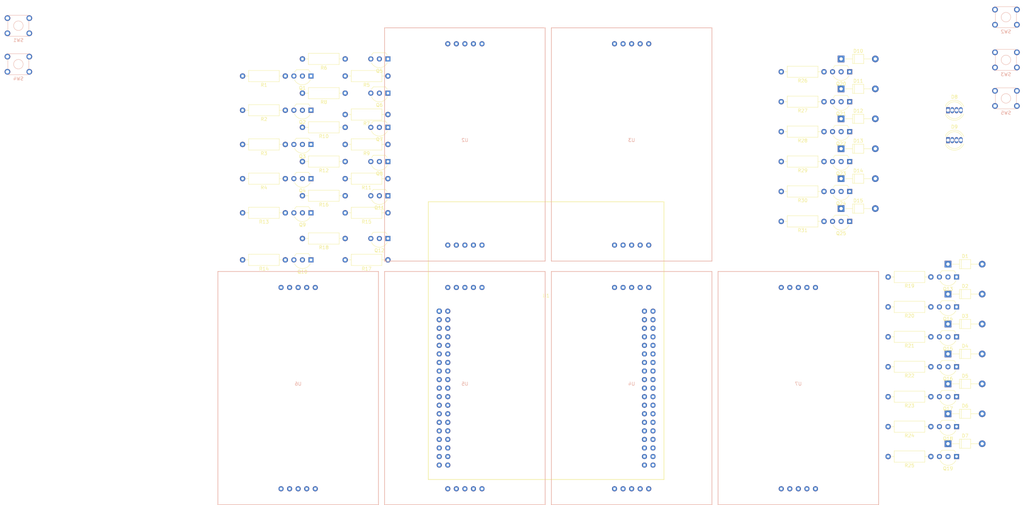
<source format=kicad_pcb>
(kicad_pcb (version 4) (host pcbnew 4.0.7)
  (layers (0 F.Cu signal) (31 B.Cu signal) (34 B.Paste user) (35 F.Paste user) (36 B.SilkS user) (37 F.SilkS user) (38 B.Mask user) (39 F.Mask user) (44 Edge.Cuts user))
  (net 0 "")
  (net 1 "Net-(D1-Pad1)")
  (net 2 /G)
  (net 3 "Net-(D2-Pad1)")
  (net 4 /F)
  (net 5 "Net-(D3-Pad1)")
  (net 6 /E)
  (net 7 "Net-(D4-Pad1)")
  (net 8 /D)
  (net 9 "Net-(D5-Pad1)")
  (net 10 /C)
  (net 11 "Net-(D6-Pad1)")
  (net 12 /B)
  (net 13 "Net-(D7-Pad1)")
  (net 14 /A)
  (net 15 "Net-(D12-Pad2)")
  (net 16 +12V)
  (net 17 "Net-(D10-Pad2)")
  (net 18 "Net-(D11-Pad2)")
  (net 19 "Net-(D15-Pad2)")
  (net 20 "Net-(D13-Pad2)")
  (net 21 "Net-(D14-Pad2)")
  (net 22 "Net-(D10-Pad1)")
  (net 23 "Net-(D11-Pad1)")
  (net 24 "Net-(D12-Pad1)")
  (net 25 "Net-(D13-Pad1)")
  (net 26 "Net-(D14-Pad1)")
  (net 27 "Net-(D15-Pad1)")
  (net 28 "Net-(Q1-Pad2)")
  (net 29 "Net-(Q1-Pad3)")
  (net 30 GND)
  (net 31 "Net-(Q2-Pad2)")
  (net 32 "Net-(Q2-Pad3)")
  (net 33 "Net-(Q3-Pad2)")
  (net 34 "Net-(Q3-Pad3)")
  (net 35 "Net-(Q4-Pad2)")
  (net 36 "Net-(Q4-Pad3)")
  (net 37 /A1)
  (net 38 "Net-(Q5-Pad3)")
  (net 39 /A2)
  (net 40 "Net-(Q6-Pad3)")
  (net 41 /A3)
  (net 42 "Net-(Q7-Pad3)")
  (net 43 /A4)
  (net 44 "Net-(Q8-Pad3)")
  (net 45 "Net-(Q9-Pad2)")
  (net 46 "Net-(Q9-Pad3)")
  (net 47 "Net-(Q10-Pad2)")
  (net 48 "Net-(Q10-Pad3)")
  (net 49 /A5)
  (net 50 "Net-(Q11-Pad3)")
  (net 51 /A6)
  (net 52 "Net-(Q12-Pad3)")
  (net 53 "Net-(Q13-Pad3)")
  (net 54 "Net-(Q14-Pad3)")
  (net 55 "Net-(Q15-Pad3)")
  (net 56 "Net-(Q16-Pad3)")
  (net 57 "Net-(Q17-Pad3)")
  (net 58 "Net-(Q18-Pad3)")
  (net 59 "Net-(Q19-Pad3)")
  (net 60 "Net-(Q20-Pad3)")
  (net 61 "Net-(Q21-Pad3)")
  (net 62 "Net-(Q22-Pad3)")
  (net 63 "Net-(Q23-Pad3)")
  (net 64 "Net-(Q24-Pad3)")
  (net 65 "Net-(Q25-Pad3)")
  (net 66 /CHSEL_1)
  (net 67 /CHSEL_2)
  (net 68 /CHSEL_3)
  (net 69 /CHSEL_4)
  (net 70 /CHSEL_5)
  (net 71 /CHSEL_6)
  (net 72 /CTL_G)
  (net 73 /CTL_F)
  (net 74 /CTL_E)
  (net 75 /CTL_D)
  (net 76 /CTL_B)
  (net 77 /CTL_A)
  (net 78 /BLUE_1)
  (net 79 /GREEN_1)
  (net 80 /RED_1)
  (net 81 /BLUE_2)
  (net 82 /GREEN_2)
  (net 83 /RED_2)
  (net 84 "Net-(SW1-Pad4)")
  (net 85 "Net-(SW1-Pad3)")
  (net 86 /POINT_CTL_1)
  (net 87 "Net-(SW2-Pad4)")
  (net 88 "Net-(SW2-Pad3)")
  (net 89 /POINT_CTL_2)
  (net 90 "Net-(SW3-Pad4)")
  (net 91 "Net-(SW3-Pad3)")
  (net 92 /POINT_SWP)
  (net 93 "Net-(SW4-Pad4)")
  (net 94 "Net-(SW4-Pad3)")
  (net 95 /SVR_SEL)
  (net 96 "Net-(SW5-Pad4)")
  (net 97 "Net-(SW5-Pad3)")
  (net 98 /RCVR_SEL)
  (net 99 "Net-(U1-Pad1)")
  (net 100 "Net-(U1-Pad2)")
  (net 101 "Net-(U1-Pad3)")
  (net 102 "Net-(U1-Pad4)")
  (net 103 "Net-(U1-Pad5)")
  (net 104 "Net-(U1-Pad6)")
  (net 105 "Net-(U1-Pad7)")
  (net 106 "Net-(U1-Pad8)")
  (net 107 "Net-(U1-Pad9)")
  (net 108 "Net-(U1-Pad10)")
  (net 109 "Net-(U1-Pad11)")
  (net 110 "Net-(U1-Pad12)")
  (net 111 "Net-(U1-Pad13)")
  (net 112 "Net-(U1-Pad14)")
  (net 113 "Net-(U1-Pad15)")
  (net 114 "Net-(U1-Pad16)")
  (net 115 "Net-(U1-Pad17)")
  (net 116 "Net-(U1-Pad18)")
  (net 117 "Net-(U1-Pad19)")
  (net 118 "Net-(U1-Pad21)")
  (net 119 "Net-(U1-Pad22)")
  (net 120 "Net-(U1-Pad25)")
  (net 121 "Net-(U1-Pad26)")
  (net 122 "Net-(U1-Pad27)")
  (net 123 "Net-(U1-Pad29)")
  (net 124 "Net-(U1-Pad31)")
  (net 125 "Net-(U1-Pad33)")
  (net 126 "Net-(U1-Pad34)")
  (net 127 "Net-(U1-Pad35)")
  (net 128 "Net-(U1-Pad36)")
  (net 129 "Net-(U1-Pad38)")
  (net 130 "Net-(U1-Pad39)")
  (net 131 /CTL_C)
  (net 132 "Net-(U1-Pad41)")
  (net 133 "Net-(U1-Pad43)")
  (net 134 "Net-(U1-Pad45)")
  (net 135 "Net-(U1-Pad46)")
  (net 136 "Net-(U1-Pad47)")
  (net 137 "Net-(U1-Pad48)")
  (net 138 "Net-(U1-Pad49)")
  (net 139 "Net-(U1-Pad51)")
  (net 140 "Net-(U1-Pad53)")
  (net 141 "Net-(U1-Pad55)")
  (net 142 "Net-(U1-Pad57)")
  (net 143 "Net-(U1-Pad60)")
  (net 144 "Net-(U1-Pad69)")
  (net 145 "Net-(U1-Pad72)")
  (net 146 "Net-(U1-Pad73)")
  (net 147 "Net-(U1-Pad74)")
  (net 148 "Net-(U1-Pad75)")
  (net 149 "Net-(U1-Pad76)")
  (net 150 "Net-(U2-Pad1)")
  (net 151 "Net-(U2-Pad8)")
  (net 152 "Net-(U3-Pad1)")
  (net 153 "Net-(U3-Pad8)")
  (net 154 "Net-(U4-Pad1)")
  (net 155 "Net-(U4-Pad8)")
  (net 156 "Net-(U5-Pad1)")
  (net 157 "Net-(U5-Pad8)")
  (net 158 "Net-(U6-Pad1)")
  (net 159 "Net-(U6-Pad8)")
  (net 160 "Net-(U7-Pad1)")
  (net 161 "Net-(U7-Pad8)")
  (module Diodes_THT:D_T-1_P10.16mm_Horizontal (layer F.Cu) (at 262.89 96.52)
    (fp_text reference D1 (at 5.08 -2.36) (layer F.SilkS))
    (fp_text value E-183)
    (pad 1 thru_hole rect (at 0 0) (size 2 2) (drill 1) (layers *.Cu *.Mask) (net 1 "Net-(D1-Pad1)"))
    (pad 2 thru_hole oval (at 10.16 0) (size 2 2) (drill 1) (layers *.Cu *.Mask) (net 2 /G))
  )
  (module Diodes_THT:D_T-1_P10.16mm_Horizontal (layer F.Cu) (at 262.89 105.41)
    (fp_text reference D2 (at 5.08 -2.36) (layer F.SilkS))
    (fp_text value E-183)
    (pad 1 thru_hole rect (at 0 0) (size 2 2) (drill 1) (layers *.Cu *.Mask) (net 3 "Net-(D2-Pad1)"))
    (pad 2 thru_hole oval (at 10.16 0) (size 2 2) (drill 1) (layers *.Cu *.Mask) (net 4 /F))
  )
  (module Diodes_THT:D_T-1_P10.16mm_Horizontal (layer F.Cu) (at 262.89 114.3)
    (fp_text reference D3 (at 5.08 -2.36) (layer F.SilkS))
    (fp_text value E-183)
    (pad 1 thru_hole rect (at 0 0) (size 2 2) (drill 1) (layers *.Cu *.Mask) (net 5 "Net-(D3-Pad1)"))
    (pad 2 thru_hole oval (at 10.16 0) (size 2 2) (drill 1) (layers *.Cu *.Mask) (net 6 /E))
  )
  (module Diodes_THT:D_T-1_P10.16mm_Horizontal (layer F.Cu) (at 262.89 123.19)
    (fp_text reference D4 (at 5.08 -2.36) (layer F.SilkS))
    (fp_text value E-183)
    (pad 1 thru_hole rect (at 0 0) (size 2 2) (drill 1) (layers *.Cu *.Mask) (net 7 "Net-(D4-Pad1)"))
    (pad 2 thru_hole oval (at 10.16 0) (size 2 2) (drill 1) (layers *.Cu *.Mask) (net 8 /D))
  )
  (module Diodes_THT:D_T-1_P10.16mm_Horizontal (layer F.Cu) (at 262.89 132.08)
    (fp_text reference D5 (at 5.08 -2.36) (layer F.SilkS))
    (fp_text value E-183)
    (pad 1 thru_hole rect (at 0 0) (size 2 2) (drill 1) (layers *.Cu *.Mask) (net 9 "Net-(D5-Pad1)"))
    (pad 2 thru_hole oval (at 10.16 0) (size 2 2) (drill 1) (layers *.Cu *.Mask) (net 10 /C))
  )
  (module Diodes_THT:D_T-1_P10.16mm_Horizontal (layer F.Cu) (at 262.89 140.97)
    (fp_text reference D6 (at 5.08 -2.36) (layer F.SilkS))
    (fp_text value E-183)
    (pad 1 thru_hole rect (at 0 0) (size 2 2) (drill 1) (layers *.Cu *.Mask) (net 11 "Net-(D6-Pad1)"))
    (pad 2 thru_hole oval (at 10.16 0) (size 2 2) (drill 1) (layers *.Cu *.Mask) (net 12 /B))
  )
  (module Diodes_THT:D_T-1_P10.16mm_Horizontal (layer F.Cu) (at 262.89 149.86)
    (fp_text reference D7 (at 5.08 -2.36) (layer F.SilkS))
    (fp_text value E-183)
    (pad 1 thru_hole rect (at 0 0) (size 2 2) (drill 1) (layers *.Cu *.Mask) (net 13 "Net-(D7-Pad1)"))
    (pad 2 thru_hole oval (at 10.16 0) (size 2 2) (drill 1) (layers *.Cu *.Mask) (net 14 /A))
  )
  (module LEDs:LED_D5.0mm-4 (layer F.Cu) (at 262.89 50.8)
    (fp_text reference D8 (at 1.905 -3.96) (layer F.SilkS))
    (fp_text value LED_RABG)
    (pad 1 thru_hole rect (at 0 0) (size 1.07 1.8) (drill 0.9) (layers *.Cu *.Mask) (net 15 "Net-(D12-Pad2)"))
    (pad 2 thru_hole oval (at 1.27 0) (size 1.07 1.8) (drill 0.9) (layers *.Cu *.Mask) (net 16 +12V))
    (pad 3 thru_hole oval (at 2.54 0) (size 1.07 1.8) (drill 0.9) (layers *.Cu *.Mask) (net 17 "Net-(D10-Pad2)"))
    (pad 4 thru_hole oval (at 3.81 0) (size 1.07 1.8) (drill 0.9) (layers *.Cu *.Mask) (net 18 "Net-(D11-Pad2)"))
  )
  (module LEDs:LED_D5.0mm-4 (layer F.Cu) (at 262.89 59.69)
    (fp_text reference D9 (at 1.905 -3.96) (layer F.SilkS))
    (fp_text value LED_RABG)
    (pad 1 thru_hole rect (at 0 0) (size 1.07 1.8) (drill 0.9) (layers *.Cu *.Mask) (net 19 "Net-(D15-Pad2)"))
    (pad 2 thru_hole oval (at 1.27 0) (size 1.07 1.8) (drill 0.9) (layers *.Cu *.Mask) (net 16 +12V))
    (pad 3 thru_hole oval (at 2.54 0) (size 1.07 1.8) (drill 0.9) (layers *.Cu *.Mask) (net 20 "Net-(D13-Pad2)"))
    (pad 4 thru_hole oval (at 3.81 0) (size 1.07 1.8) (drill 0.9) (layers *.Cu *.Mask) (net 21 "Net-(D14-Pad2)"))
  )
  (module Diodes_THT:D_T-1_P10.16mm_Horizontal (layer F.Cu) (at 231.14 35.56)
    (fp_text reference D10 (at 5.08 -2.36) (layer F.SilkS))
    (fp_text value E-183)
    (pad 1 thru_hole rect (at 0 0) (size 2 2) (drill 1) (layers *.Cu *.Mask) (net 22 "Net-(D10-Pad1)"))
    (pad 2 thru_hole oval (at 10.16 0) (size 2 2) (drill 1) (layers *.Cu *.Mask) (net 17 "Net-(D10-Pad2)"))
  )
  (module Diodes_THT:D_T-1_P10.16mm_Horizontal (layer F.Cu) (at 231.14 44.45)
    (fp_text reference D11 (at 5.08 -2.36) (layer F.SilkS))
    (fp_text value E-183)
    (pad 1 thru_hole rect (at 0 0) (size 2 2) (drill 1) (layers *.Cu *.Mask) (net 23 "Net-(D11-Pad1)"))
    (pad 2 thru_hole oval (at 10.16 0) (size 2 2) (drill 1) (layers *.Cu *.Mask) (net 18 "Net-(D11-Pad2)"))
  )
  (module Diodes_THT:D_T-1_P10.16mm_Horizontal (layer F.Cu) (at 231.14 53.34)
    (fp_text reference D12 (at 5.08 -2.36) (layer F.SilkS))
    (fp_text value E-183)
    (pad 1 thru_hole rect (at 0 0) (size 2 2) (drill 1) (layers *.Cu *.Mask) (net 24 "Net-(D12-Pad1)"))
    (pad 2 thru_hole oval (at 10.16 0) (size 2 2) (drill 1) (layers *.Cu *.Mask) (net 15 "Net-(D12-Pad2)"))
  )
  (module Diodes_THT:D_T-1_P10.16mm_Horizontal (layer F.Cu) (at 231.14 62.23)
    (fp_text reference D13 (at 5.08 -2.36) (layer F.SilkS))
    (fp_text value E-183)
    (pad 1 thru_hole rect (at 0 0) (size 2 2) (drill 1) (layers *.Cu *.Mask) (net 25 "Net-(D13-Pad1)"))
    (pad 2 thru_hole oval (at 10.16 0) (size 2 2) (drill 1) (layers *.Cu *.Mask) (net 20 "Net-(D13-Pad2)"))
  )
  (module Diodes_THT:D_T-1_P10.16mm_Horizontal (layer F.Cu) (at 231.14 71.12)
    (fp_text reference D14 (at 5.08 -2.36) (layer F.SilkS))
    (fp_text value E-183)
    (pad 1 thru_hole rect (at 0 0) (size 2 2) (drill 1) (layers *.Cu *.Mask) (net 26 "Net-(D14-Pad1)"))
    (pad 2 thru_hole oval (at 10.16 0) (size 2 2) (drill 1) (layers *.Cu *.Mask) (net 21 "Net-(D14-Pad2)"))
  )
  (module Diodes_THT:D_T-1_P10.16mm_Horizontal (layer F.Cu) (at 231.14 80.01)
    (fp_text reference D15 (at 5.08 -2.36) (layer F.SilkS))
    (fp_text value E-183)
    (pad 1 thru_hole rect (at 0 0) (size 2 2) (drill 1) (layers *.Cu *.Mask) (net 27 "Net-(D15-Pad1)"))
    (pad 2 thru_hole oval (at 10.16 0) (size 2 2) (drill 1) (layers *.Cu *.Mask) (net 19 "Net-(D15-Pad2)"))
  )
  (module TO_SOT_Packages_THT:TO-92_Inline_Wide (layer F.Cu) (at 73.66 40.64 180)
    (fp_text reference Q1 (at 2.54 -3.56 360) (layer F.SilkS))
    (fp_text value 2SC1815)
    (pad 2 thru_hole circle (at 2.54 0 270) (size 1.52 1.52) (drill 0.8) (layers *.Cu *.Mask) (net 28 "Net-(Q1-Pad2)"))
    (pad 3 thru_hole circle (at 5.08 0 270) (size 1.52 1.52) (drill 0.8) (layers *.Cu *.Mask) (net 29 "Net-(Q1-Pad3)"))
    (pad 1 thru_hole rect (at 0 0 270) (size 1.52 1.52) (drill 0.8) (layers *.Cu *.Mask) (net 30 GND))
  )
  (module TO_SOT_Packages_THT:TO-92_Inline_Wide (layer F.Cu) (at 73.66 50.8 180)
    (fp_text reference Q2 (at 2.54 -3.56 360) (layer F.SilkS))
    (fp_text value 2SC1815)
    (pad 2 thru_hole circle (at 2.54 0 270) (size 1.52 1.52) (drill 0.8) (layers *.Cu *.Mask) (net 31 "Net-(Q2-Pad2)"))
    (pad 3 thru_hole circle (at 5.08 0 270) (size 1.52 1.52) (drill 0.8) (layers *.Cu *.Mask) (net 32 "Net-(Q2-Pad3)"))
    (pad 1 thru_hole rect (at 0 0 270) (size 1.52 1.52) (drill 0.8) (layers *.Cu *.Mask) (net 30 GND))
  )
  (module TO_SOT_Packages_THT:TO-92_Inline_Wide (layer F.Cu) (at 73.66 60.96 180)
    (fp_text reference Q3 (at 2.54 -3.56 360) (layer F.SilkS))
    (fp_text value 2SC1815)
    (pad 2 thru_hole circle (at 2.54 0 270) (size 1.52 1.52) (drill 0.8) (layers *.Cu *.Mask) (net 33 "Net-(Q3-Pad2)"))
    (pad 3 thru_hole circle (at 5.08 0 270) (size 1.52 1.52) (drill 0.8) (layers *.Cu *.Mask) (net 34 "Net-(Q3-Pad3)"))
    (pad 1 thru_hole rect (at 0 0 270) (size 1.52 1.52) (drill 0.8) (layers *.Cu *.Mask) (net 30 GND))
  )
  (module TO_SOT_Packages_THT:TO-92_Inline_Wide (layer F.Cu) (at 73.66 71.12 180)
    (fp_text reference Q4 (at 2.54 -3.56 360) (layer F.SilkS))
    (fp_text value 2SC1815)
    (pad 2 thru_hole circle (at 2.54 0 270) (size 1.52 1.52) (drill 0.8) (layers *.Cu *.Mask) (net 35 "Net-(Q4-Pad2)"))
    (pad 3 thru_hole circle (at 5.08 0 270) (size 1.52 1.52) (drill 0.8) (layers *.Cu *.Mask) (net 36 "Net-(Q4-Pad3)"))
    (pad 1 thru_hole rect (at 0 0 270) (size 1.52 1.52) (drill 0.8) (layers *.Cu *.Mask) (net 30 GND))
  )
  (module TO_SOT_Packages_THT:TO-92_Inline_Wide (layer F.Cu) (at 96.52 35.56 180)
    (fp_text reference Q5 (at 2.54 -3.56 360) (layer F.SilkS))
    (fp_text value 2SA1015)
    (pad 2 thru_hole circle (at 2.54 0 270) (size 1.52 1.52) (drill 0.8) (layers *.Cu *.Mask) (net 37 /A1))
    (pad 3 thru_hole circle (at 5.08 0 270) (size 1.52 1.52) (drill 0.8) (layers *.Cu *.Mask) (net 38 "Net-(Q5-Pad3)"))
    (pad 1 thru_hole rect (at 0 0 270) (size 1.52 1.52) (drill 0.8) (layers *.Cu *.Mask) (net 16 +12V))
  )
  (module TO_SOT_Packages_THT:TO-92_Inline_Wide (layer F.Cu) (at 96.52 45.72 180)
    (fp_text reference Q6 (at 2.54 -3.56 360) (layer F.SilkS))
    (fp_text value 2SA1015)
    (pad 2 thru_hole circle (at 2.54 0 270) (size 1.52 1.52) (drill 0.8) (layers *.Cu *.Mask) (net 39 /A2))
    (pad 3 thru_hole circle (at 5.08 0 270) (size 1.52 1.52) (drill 0.8) (layers *.Cu *.Mask) (net 40 "Net-(Q6-Pad3)"))
    (pad 1 thru_hole rect (at 0 0 270) (size 1.52 1.52) (drill 0.8) (layers *.Cu *.Mask) (net 16 +12V))
  )
  (module TO_SOT_Packages_THT:TO-92_Inline_Wide (layer F.Cu) (at 96.52 55.88 180)
    (fp_text reference Q7 (at 2.54 -3.56 360) (layer F.SilkS))
    (fp_text value 2SA1015)
    (pad 2 thru_hole circle (at 2.54 0 270) (size 1.52 1.52) (drill 0.8) (layers *.Cu *.Mask) (net 41 /A3))
    (pad 3 thru_hole circle (at 5.08 0 270) (size 1.52 1.52) (drill 0.8) (layers *.Cu *.Mask) (net 42 "Net-(Q7-Pad3)"))
    (pad 1 thru_hole rect (at 0 0 270) (size 1.52 1.52) (drill 0.8) (layers *.Cu *.Mask) (net 16 +12V))
  )
  (module TO_SOT_Packages_THT:TO-92_Inline_Wide (layer F.Cu) (at 96.52 66.04 180)
    (fp_text reference Q8 (at 2.54 -3.56 360) (layer F.SilkS))
    (fp_text value 2SA1015)
    (pad 2 thru_hole circle (at 2.54 0 270) (size 1.52 1.52) (drill 0.8) (layers *.Cu *.Mask) (net 43 /A4))
    (pad 3 thru_hole circle (at 5.08 0 270) (size 1.52 1.52) (drill 0.8) (layers *.Cu *.Mask) (net 44 "Net-(Q8-Pad3)"))
    (pad 1 thru_hole rect (at 0 0 270) (size 1.52 1.52) (drill 0.8) (layers *.Cu *.Mask) (net 16 +12V))
  )
  (module TO_SOT_Packages_THT:TO-92_Inline_Wide (layer F.Cu) (at 73.66 81.28 180)
    (fp_text reference Q9 (at 2.54 -3.56 360) (layer F.SilkS))
    (fp_text value 2SC1815)
    (pad 2 thru_hole circle (at 2.54 0 270) (size 1.52 1.52) (drill 0.8) (layers *.Cu *.Mask) (net 45 "Net-(Q9-Pad2)"))
    (pad 3 thru_hole circle (at 5.08 0 270) (size 1.52 1.52) (drill 0.8) (layers *.Cu *.Mask) (net 46 "Net-(Q9-Pad3)"))
    (pad 1 thru_hole rect (at 0 0 270) (size 1.52 1.52) (drill 0.8) (layers *.Cu *.Mask) (net 30 GND))
  )
  (module TO_SOT_Packages_THT:TO-92_Inline_Wide (layer F.Cu) (at 73.66 95.25 180)
    (fp_text reference Q10 (at 2.54 -3.56 360) (layer F.SilkS))
    (fp_text value 2SC1815)
    (pad 2 thru_hole circle (at 2.54 0 270) (size 1.52 1.52) (drill 0.8) (layers *.Cu *.Mask) (net 47 "Net-(Q10-Pad2)"))
    (pad 3 thru_hole circle (at 5.08 0 270) (size 1.52 1.52) (drill 0.8) (layers *.Cu *.Mask) (net 48 "Net-(Q10-Pad3)"))
    (pad 1 thru_hole rect (at 0 0 270) (size 1.52 1.52) (drill 0.8) (layers *.Cu *.Mask) (net 30 GND))
  )
  (module TO_SOT_Packages_THT:TO-92_Inline_Wide (layer F.Cu) (at 96.52 76.2 180)
    (fp_text reference Q11 (at 2.54 -3.56 360) (layer F.SilkS))
    (fp_text value 2SA1015)
    (pad 2 thru_hole circle (at 2.54 0 270) (size 1.52 1.52) (drill 0.8) (layers *.Cu *.Mask) (net 49 /A5))
    (pad 3 thru_hole circle (at 5.08 0 270) (size 1.52 1.52) (drill 0.8) (layers *.Cu *.Mask) (net 50 "Net-(Q11-Pad3)"))
    (pad 1 thru_hole rect (at 0 0 270) (size 1.52 1.52) (drill 0.8) (layers *.Cu *.Mask) (net 16 +12V))
  )
  (module TO_SOT_Packages_THT:TO-92_Inline_Wide (layer F.Cu) (at 96.52 88.9 180)
    (fp_text reference Q12 (at 2.54 -3.56 360) (layer F.SilkS))
    (fp_text value 2SA1015)
    (pad 2 thru_hole circle (at 2.54 0 270) (size 1.52 1.52) (drill 0.8) (layers *.Cu *.Mask) (net 51 /A6))
    (pad 3 thru_hole circle (at 5.08 0 270) (size 1.52 1.52) (drill 0.8) (layers *.Cu *.Mask) (net 52 "Net-(Q12-Pad3)"))
    (pad 1 thru_hole rect (at 0 0 270) (size 1.52 1.52) (drill 0.8) (layers *.Cu *.Mask) (net 16 +12V))
  )
  (module TO_SOT_Packages_THT:TO-92_Inline_Wide (layer F.Cu) (at 265.43 100.33 180)
    (fp_text reference Q13 (at 2.54 -3.56 360) (layer F.SilkS))
    (fp_text value 2SC1815)
    (pad 2 thru_hole circle (at 2.54 0 270) (size 1.52 1.52) (drill 0.8) (layers *.Cu *.Mask) (net 1 "Net-(D1-Pad1)"))
    (pad 3 thru_hole circle (at 5.08 0 270) (size 1.52 1.52) (drill 0.8) (layers *.Cu *.Mask) (net 53 "Net-(Q13-Pad3)"))
    (pad 1 thru_hole rect (at 0 0 270) (size 1.52 1.52) (drill 0.8) (layers *.Cu *.Mask) (net 30 GND))
  )
  (module TO_SOT_Packages_THT:TO-92_Inline_Wide (layer F.Cu) (at 265.43 109.22 180)
    (fp_text reference Q14 (at 2.54 -3.56 360) (layer F.SilkS))
    (fp_text value 2SC1815)
    (pad 2 thru_hole circle (at 2.54 0 270) (size 1.52 1.52) (drill 0.8) (layers *.Cu *.Mask) (net 3 "Net-(D2-Pad1)"))
    (pad 3 thru_hole circle (at 5.08 0 270) (size 1.52 1.52) (drill 0.8) (layers *.Cu *.Mask) (net 54 "Net-(Q14-Pad3)"))
    (pad 1 thru_hole rect (at 0 0 270) (size 1.52 1.52) (drill 0.8) (layers *.Cu *.Mask) (net 30 GND))
  )
  (module TO_SOT_Packages_THT:TO-92_Inline_Wide (layer F.Cu) (at 265.43 118.11 180)
    (fp_text reference Q15 (at 2.54 -3.56 360) (layer F.SilkS))
    (fp_text value 2SC1815)
    (pad 2 thru_hole circle (at 2.54 0 270) (size 1.52 1.52) (drill 0.8) (layers *.Cu *.Mask) (net 5 "Net-(D3-Pad1)"))
    (pad 3 thru_hole circle (at 5.08 0 270) (size 1.52 1.52) (drill 0.8) (layers *.Cu *.Mask) (net 55 "Net-(Q15-Pad3)"))
    (pad 1 thru_hole rect (at 0 0 270) (size 1.52 1.52) (drill 0.8) (layers *.Cu *.Mask) (net 30 GND))
  )
  (module TO_SOT_Packages_THT:TO-92_Inline_Wide (layer F.Cu) (at 265.43 127 180)
    (fp_text reference Q16 (at 2.54 -3.56 360) (layer F.SilkS))
    (fp_text value 2SC1815)
    (pad 2 thru_hole circle (at 2.54 0 270) (size 1.52 1.52) (drill 0.8) (layers *.Cu *.Mask) (net 7 "Net-(D4-Pad1)"))
    (pad 3 thru_hole circle (at 5.08 0 270) (size 1.52 1.52) (drill 0.8) (layers *.Cu *.Mask) (net 56 "Net-(Q16-Pad3)"))
    (pad 1 thru_hole rect (at 0 0 270) (size 1.52 1.52) (drill 0.8) (layers *.Cu *.Mask) (net 30 GND))
  )
  (module TO_SOT_Packages_THT:TO-92_Inline_Wide (layer F.Cu) (at 265.43 135.89 180)
    (fp_text reference Q17 (at 2.54 -3.56 360) (layer F.SilkS))
    (fp_text value 2SC1815)
    (pad 2 thru_hole circle (at 2.54 0 270) (size 1.52 1.52) (drill 0.8) (layers *.Cu *.Mask) (net 9 "Net-(D5-Pad1)"))
    (pad 3 thru_hole circle (at 5.08 0 270) (size 1.52 1.52) (drill 0.8) (layers *.Cu *.Mask) (net 57 "Net-(Q17-Pad3)"))
    (pad 1 thru_hole rect (at 0 0 270) (size 1.52 1.52) (drill 0.8) (layers *.Cu *.Mask) (net 30 GND))
  )
  (module TO_SOT_Packages_THT:TO-92_Inline_Wide (layer F.Cu) (at 265.43 144.78 180)
    (fp_text reference Q18 (at 2.54 -3.56 360) (layer F.SilkS))
    (fp_text value 2SC1815)
    (pad 2 thru_hole circle (at 2.54 0 270) (size 1.52 1.52) (drill 0.8) (layers *.Cu *.Mask) (net 11 "Net-(D6-Pad1)"))
    (pad 3 thru_hole circle (at 5.08 0 270) (size 1.52 1.52) (drill 0.8) (layers *.Cu *.Mask) (net 58 "Net-(Q18-Pad3)"))
    (pad 1 thru_hole rect (at 0 0 270) (size 1.52 1.52) (drill 0.8) (layers *.Cu *.Mask) (net 30 GND))
  )
  (module TO_SOT_Packages_THT:TO-92_Inline_Wide (layer F.Cu) (at 265.43 153.67 180)
    (fp_text reference Q19 (at 2.54 -3.56 360) (layer F.SilkS))
    (fp_text value 2SC1815)
    (pad 2 thru_hole circle (at 2.54 0 270) (size 1.52 1.52) (drill 0.8) (layers *.Cu *.Mask) (net 13 "Net-(D7-Pad1)"))
    (pad 3 thru_hole circle (at 5.08 0 270) (size 1.52 1.52) (drill 0.8) (layers *.Cu *.Mask) (net 59 "Net-(Q19-Pad3)"))
    (pad 1 thru_hole rect (at 0 0 270) (size 1.52 1.52) (drill 0.8) (layers *.Cu *.Mask) (net 30 GND))
  )
  (module TO_SOT_Packages_THT:TO-92_Inline_Wide (layer F.Cu) (at 233.68 39.37 180)
    (fp_text reference Q20 (at 2.54 -3.56 360) (layer F.SilkS))
    (fp_text value 2SC1815)
    (pad 2 thru_hole circle (at 2.54 0 270) (size 1.52 1.52) (drill 0.8) (layers *.Cu *.Mask) (net 22 "Net-(D10-Pad1)"))
    (pad 3 thru_hole circle (at 5.08 0 270) (size 1.52 1.52) (drill 0.8) (layers *.Cu *.Mask) (net 60 "Net-(Q20-Pad3)"))
    (pad 1 thru_hole rect (at 0 0 270) (size 1.52 1.52) (drill 0.8) (layers *.Cu *.Mask) (net 30 GND))
  )
  (module TO_SOT_Packages_THT:TO-92_Inline_Wide (layer F.Cu) (at 233.68 48.26 180)
    (fp_text reference Q21 (at 2.54 -3.56 360) (layer F.SilkS))
    (fp_text value 2SC1815)
    (pad 2 thru_hole circle (at 2.54 0 270) (size 1.52 1.52) (drill 0.8) (layers *.Cu *.Mask) (net 23 "Net-(D11-Pad1)"))
    (pad 3 thru_hole circle (at 5.08 0 270) (size 1.52 1.52) (drill 0.8) (layers *.Cu *.Mask) (net 61 "Net-(Q21-Pad3)"))
    (pad 1 thru_hole rect (at 0 0 270) (size 1.52 1.52) (drill 0.8) (layers *.Cu *.Mask) (net 30 GND))
  )
  (module TO_SOT_Packages_THT:TO-92_Inline_Wide (layer F.Cu) (at 233.68 57.15 180)
    (fp_text reference Q22 (at 2.54 -3.56 360) (layer F.SilkS))
    (fp_text value 2SC1815)
    (pad 2 thru_hole circle (at 2.54 0 270) (size 1.52 1.52) (drill 0.8) (layers *.Cu *.Mask) (net 24 "Net-(D12-Pad1)"))
    (pad 3 thru_hole circle (at 5.08 0 270) (size 1.52 1.52) (drill 0.8) (layers *.Cu *.Mask) (net 62 "Net-(Q22-Pad3)"))
    (pad 1 thru_hole rect (at 0 0 270) (size 1.52 1.52) (drill 0.8) (layers *.Cu *.Mask) (net 30 GND))
  )
  (module TO_SOT_Packages_THT:TO-92_Inline_Wide (layer F.Cu) (at 233.68 66.04 180)
    (fp_text reference Q23 (at 2.54 -3.56 360) (layer F.SilkS))
    (fp_text value 2SC1815)
    (pad 2 thru_hole circle (at 2.54 0 270) (size 1.52 1.52) (drill 0.8) (layers *.Cu *.Mask) (net 25 "Net-(D13-Pad1)"))
    (pad 3 thru_hole circle (at 5.08 0 270) (size 1.52 1.52) (drill 0.8) (layers *.Cu *.Mask) (net 63 "Net-(Q23-Pad3)"))
    (pad 1 thru_hole rect (at 0 0 270) (size 1.52 1.52) (drill 0.8) (layers *.Cu *.Mask) (net 30 GND))
  )
  (module TO_SOT_Packages_THT:TO-92_Inline_Wide (layer F.Cu) (at 233.68 74.93 180)
    (fp_text reference Q24 (at 2.54 -3.56 360) (layer F.SilkS))
    (fp_text value 2SC1815)
    (pad 2 thru_hole circle (at 2.54 0 270) (size 1.52 1.52) (drill 0.8) (layers *.Cu *.Mask) (net 26 "Net-(D14-Pad1)"))
    (pad 3 thru_hole circle (at 5.08 0 270) (size 1.52 1.52) (drill 0.8) (layers *.Cu *.Mask) (net 64 "Net-(Q24-Pad3)"))
    (pad 1 thru_hole rect (at 0 0 270) (size 1.52 1.52) (drill 0.8) (layers *.Cu *.Mask) (net 30 GND))
  )
  (module TO_SOT_Packages_THT:TO-92_Inline_Wide (layer F.Cu) (at 233.68 83.82 180)
    (fp_text reference Q25 (at 2.54 -3.56 360) (layer F.SilkS))
    (fp_text value 2SC1815)
    (pad 2 thru_hole circle (at 2.54 0 270) (size 1.52 1.52) (drill 0.8) (layers *.Cu *.Mask) (net 27 "Net-(D15-Pad1)"))
    (pad 3 thru_hole circle (at 5.08 0 270) (size 1.52 1.52) (drill 0.8) (layers *.Cu *.Mask) (net 65 "Net-(Q25-Pad3)"))
    (pad 1 thru_hole rect (at 0 0 270) (size 1.52 1.52) (drill 0.8) (layers *.Cu *.Mask) (net 30 GND))
  )
  (module Resistors_THT:R_Axial_DIN0309_L9.0mm_D3.2mm_P12.70mm_Horizontal (layer F.Cu) (at 66.04 40.64 180)
    (fp_text reference R1 (at 6.35 -2.66 180) (layer F.SilkS))
    (fp_text value 1k)
    (pad 1 thru_hole circle (at 0 0 180) (size 1.6 1.6) (drill 0.8) (layers *.Cu *.Mask) (net 29 "Net-(Q1-Pad3)"))
    (pad 2 thru_hole oval (at 12.7 0 180) (size 1.6 1.6) (drill 0.8) (layers *.Cu *.Mask) (net 66 /CHSEL_1))
  )
  (module Resistors_THT:R_Axial_DIN0309_L9.0mm_D3.2mm_P12.70mm_Horizontal (layer F.Cu) (at 66.04 50.8 180)
    (fp_text reference R2 (at 6.35 -2.66 180) (layer F.SilkS))
    (fp_text value 1k)
    (pad 1 thru_hole circle (at 0 0 180) (size 1.6 1.6) (drill 0.8) (layers *.Cu *.Mask) (net 32 "Net-(Q2-Pad3)"))
    (pad 2 thru_hole oval (at 12.7 0 180) (size 1.6 1.6) (drill 0.8) (layers *.Cu *.Mask) (net 67 /CHSEL_2))
  )
  (module Resistors_THT:R_Axial_DIN0309_L9.0mm_D3.2mm_P12.70mm_Horizontal (layer F.Cu) (at 66.04 60.96 180)
    (fp_text reference R3 (at 6.35 -2.66 180) (layer F.SilkS))
    (fp_text value 1k)
    (pad 1 thru_hole circle (at 0 0 180) (size 1.6 1.6) (drill 0.8) (layers *.Cu *.Mask) (net 34 "Net-(Q3-Pad3)"))
    (pad 2 thru_hole oval (at 12.7 0 180) (size 1.6 1.6) (drill 0.8) (layers *.Cu *.Mask) (net 68 /CHSEL_3))
  )
  (module Resistors_THT:R_Axial_DIN0309_L9.0mm_D3.2mm_P12.70mm_Horizontal (layer F.Cu) (at 66.04 71.12 180)
    (fp_text reference R4 (at 6.35 -2.66 180) (layer F.SilkS))
    (fp_text value 1k)
    (pad 1 thru_hole circle (at 0 0 180) (size 1.6 1.6) (drill 0.8) (layers *.Cu *.Mask) (net 36 "Net-(Q4-Pad3)"))
    (pad 2 thru_hole oval (at 12.7 0 180) (size 1.6 1.6) (drill 0.8) (layers *.Cu *.Mask) (net 69 /CHSEL_4))
  )
  (module Resistors_THT:R_Axial_DIN0309_L9.0mm_D3.2mm_P12.70mm_Horizontal (layer F.Cu) (at 96.52 40.64 180)
    (fp_text reference R5 (at 6.35 -2.66 180) (layer F.SilkS))
    (fp_text value 1k)
    (pad 1 thru_hole circle (at 0 0 180) (size 1.6 1.6) (drill 0.8) (layers *.Cu *.Mask) (net 16 +12V))
    (pad 2 thru_hole oval (at 12.7 0 180) (size 1.6 1.6) (drill 0.8) (layers *.Cu *.Mask) (net 38 "Net-(Q5-Pad3)"))
  )
  (module Resistors_THT:R_Axial_DIN0309_L9.0mm_D3.2mm_P12.70mm_Horizontal (layer F.Cu) (at 83.82 35.56 180)
    (fp_text reference R6 (at 6.35 -2.66 180) (layer F.SilkS))
    (fp_text value 3.3k)
    (pad 1 thru_hole circle (at 0 0 180) (size 1.6 1.6) (drill 0.8) (layers *.Cu *.Mask) (net 38 "Net-(Q5-Pad3)"))
    (pad 2 thru_hole oval (at 12.7 0 180) (size 1.6 1.6) (drill 0.8) (layers *.Cu *.Mask) (net 28 "Net-(Q1-Pad2)"))
  )
  (module Resistors_THT:R_Axial_DIN0309_L9.0mm_D3.2mm_P12.70mm_Horizontal (layer F.Cu) (at 96.52 52.07 180)
    (fp_text reference R7 (at 6.35 -2.66 180) (layer F.SilkS))
    (fp_text value 1k)
    (pad 1 thru_hole circle (at 0 0 180) (size 1.6 1.6) (drill 0.8) (layers *.Cu *.Mask) (net 16 +12V))
    (pad 2 thru_hole oval (at 12.7 0 180) (size 1.6 1.6) (drill 0.8) (layers *.Cu *.Mask) (net 40 "Net-(Q6-Pad3)"))
  )
  (module Resistors_THT:R_Axial_DIN0309_L9.0mm_D3.2mm_P12.70mm_Horizontal (layer F.Cu) (at 83.82 45.72 180)
    (fp_text reference R8 (at 6.35 -2.66 180) (layer F.SilkS))
    (fp_text value 3.3k)
    (pad 1 thru_hole circle (at 0 0 180) (size 1.6 1.6) (drill 0.8) (layers *.Cu *.Mask) (net 40 "Net-(Q6-Pad3)"))
    (pad 2 thru_hole oval (at 12.7 0 180) (size 1.6 1.6) (drill 0.8) (layers *.Cu *.Mask) (net 31 "Net-(Q2-Pad2)"))
  )
  (module Resistors_THT:R_Axial_DIN0309_L9.0mm_D3.2mm_P12.70mm_Horizontal (layer F.Cu) (at 96.52 60.96 180)
    (fp_text reference R9 (at 6.35 -2.66 180) (layer F.SilkS))
    (fp_text value 1k)
    (pad 1 thru_hole circle (at 0 0 180) (size 1.6 1.6) (drill 0.8) (layers *.Cu *.Mask) (net 16 +12V))
    (pad 2 thru_hole oval (at 12.7 0 180) (size 1.6 1.6) (drill 0.8) (layers *.Cu *.Mask) (net 42 "Net-(Q7-Pad3)"))
  )
  (module Resistors_THT:R_Axial_DIN0309_L9.0mm_D3.2mm_P12.70mm_Horizontal (layer F.Cu) (at 83.82 55.88 180)
    (fp_text reference R10 (at 6.35 -2.66 180) (layer F.SilkS))
    (fp_text value 3.3k)
    (pad 1 thru_hole circle (at 0 0 180) (size 1.6 1.6) (drill 0.8) (layers *.Cu *.Mask) (net 42 "Net-(Q7-Pad3)"))
    (pad 2 thru_hole oval (at 12.7 0 180) (size 1.6 1.6) (drill 0.8) (layers *.Cu *.Mask) (net 33 "Net-(Q3-Pad2)"))
  )
  (module Resistors_THT:R_Axial_DIN0309_L9.0mm_D3.2mm_P12.70mm_Horizontal (layer F.Cu) (at 96.52 71.12 180)
    (fp_text reference R11 (at 6.35 -2.66 180) (layer F.SilkS))
    (fp_text value 1k)
    (pad 1 thru_hole circle (at 0 0 180) (size 1.6 1.6) (drill 0.8) (layers *.Cu *.Mask) (net 16 +12V))
    (pad 2 thru_hole oval (at 12.7 0 180) (size 1.6 1.6) (drill 0.8) (layers *.Cu *.Mask) (net 44 "Net-(Q8-Pad3)"))
  )
  (module Resistors_THT:R_Axial_DIN0309_L9.0mm_D3.2mm_P12.70mm_Horizontal (layer F.Cu) (at 83.82 66.04 180)
    (fp_text reference R12 (at 6.35 -2.66 180) (layer F.SilkS))
    (fp_text value 3.3k)
    (pad 1 thru_hole circle (at 0 0 180) (size 1.6 1.6) (drill 0.8) (layers *.Cu *.Mask) (net 44 "Net-(Q8-Pad3)"))
    (pad 2 thru_hole oval (at 12.7 0 180) (size 1.6 1.6) (drill 0.8) (layers *.Cu *.Mask) (net 35 "Net-(Q4-Pad2)"))
  )
  (module Resistors_THT:R_Axial_DIN0309_L9.0mm_D3.2mm_P12.70mm_Horizontal (layer F.Cu) (at 66.04 81.28 180)
    (fp_text reference R13 (at 6.35 -2.66 180) (layer F.SilkS))
    (fp_text value 1k)
    (pad 1 thru_hole circle (at 0 0 180) (size 1.6 1.6) (drill 0.8) (layers *.Cu *.Mask) (net 46 "Net-(Q9-Pad3)"))
    (pad 2 thru_hole oval (at 12.7 0 180) (size 1.6 1.6) (drill 0.8) (layers *.Cu *.Mask) (net 70 /CHSEL_5))
  )
  (module Resistors_THT:R_Axial_DIN0309_L9.0mm_D3.2mm_P12.70mm_Horizontal (layer F.Cu) (at 66.04 95.25 180)
    (fp_text reference R14 (at 6.35 -2.66 180) (layer F.SilkS))
    (fp_text value 1k)
    (pad 1 thru_hole circle (at 0 0 180) (size 1.6 1.6) (drill 0.8) (layers *.Cu *.Mask) (net 48 "Net-(Q10-Pad3)"))
    (pad 2 thru_hole oval (at 12.7 0 180) (size 1.6 1.6) (drill 0.8) (layers *.Cu *.Mask) (net 71 /CHSEL_6))
  )
  (module Resistors_THT:R_Axial_DIN0309_L9.0mm_D3.2mm_P12.70mm_Horizontal (layer F.Cu) (at 96.52 81.28 180)
    (fp_text reference R15 (at 6.35 -2.66 180) (layer F.SilkS))
    (fp_text value 1k)
    (pad 1 thru_hole circle (at 0 0 180) (size 1.6 1.6) (drill 0.8) (layers *.Cu *.Mask) (net 16 +12V))
    (pad 2 thru_hole oval (at 12.7 0 180) (size 1.6 1.6) (drill 0.8) (layers *.Cu *.Mask) (net 50 "Net-(Q11-Pad3)"))
  )
  (module Resistors_THT:R_Axial_DIN0309_L9.0mm_D3.2mm_P12.70mm_Horizontal (layer F.Cu) (at 83.82 76.2 180)
    (fp_text reference R16 (at 6.35 -2.66 180) (layer F.SilkS))
    (fp_text value 3.3k)
    (pad 1 thru_hole circle (at 0 0 180) (size 1.6 1.6) (drill 0.8) (layers *.Cu *.Mask) (net 50 "Net-(Q11-Pad3)"))
    (pad 2 thru_hole oval (at 12.7 0 180) (size 1.6 1.6) (drill 0.8) (layers *.Cu *.Mask) (net 45 "Net-(Q9-Pad2)"))
  )
  (module Resistors_THT:R_Axial_DIN0309_L9.0mm_D3.2mm_P12.70mm_Horizontal (layer F.Cu) (at 96.52 95.25 180)
    (fp_text reference R17 (at 6.35 -2.66 180) (layer F.SilkS))
    (fp_text value 1k)
    (pad 1 thru_hole circle (at 0 0 180) (size 1.6 1.6) (drill 0.8) (layers *.Cu *.Mask) (net 16 +12V))
    (pad 2 thru_hole oval (at 12.7 0 180) (size 1.6 1.6) (drill 0.8) (layers *.Cu *.Mask) (net 52 "Net-(Q12-Pad3)"))
  )
  (module Resistors_THT:R_Axial_DIN0309_L9.0mm_D3.2mm_P12.70mm_Horizontal (layer F.Cu) (at 83.82 88.9 180)
    (fp_text reference R18 (at 6.35 -2.66 180) (layer F.SilkS))
    (fp_text value 3.3k)
    (pad 1 thru_hole circle (at 0 0 180) (size 1.6 1.6) (drill 0.8) (layers *.Cu *.Mask) (net 52 "Net-(Q12-Pad3)"))
    (pad 2 thru_hole oval (at 12.7 0 180) (size 1.6 1.6) (drill 0.8) (layers *.Cu *.Mask) (net 47 "Net-(Q10-Pad2)"))
  )
  (module Resistors_THT:R_Axial_DIN0309_L9.0mm_D3.2mm_P12.70mm_Horizontal (layer F.Cu) (at 257.81 100.33 180)
    (fp_text reference R19 (at 6.35 -2.66 180) (layer F.SilkS))
    (fp_text value 1k)
    (pad 1 thru_hole circle (at 0 0 180) (size 1.6 1.6) (drill 0.8) (layers *.Cu *.Mask) (net 53 "Net-(Q13-Pad3)"))
    (pad 2 thru_hole oval (at 12.7 0 180) (size 1.6 1.6) (drill 0.8) (layers *.Cu *.Mask) (net 72 /CTL_G))
  )
  (module Resistors_THT:R_Axial_DIN0309_L9.0mm_D3.2mm_P12.70mm_Horizontal (layer F.Cu) (at 257.81 109.22 180)
    (fp_text reference R20 (at 6.35 -2.66 180) (layer F.SilkS))
    (fp_text value 1k)
    (pad 1 thru_hole circle (at 0 0 180) (size 1.6 1.6) (drill 0.8) (layers *.Cu *.Mask) (net 54 "Net-(Q14-Pad3)"))
    (pad 2 thru_hole oval (at 12.7 0 180) (size 1.6 1.6) (drill 0.8) (layers *.Cu *.Mask) (net 73 /CTL_F))
  )
  (module Resistors_THT:R_Axial_DIN0309_L9.0mm_D3.2mm_P12.70mm_Horizontal (layer F.Cu) (at 257.81 118.11 180)
    (fp_text reference R21 (at 6.35 -2.66 180) (layer F.SilkS))
    (fp_text value 1k)
    (pad 1 thru_hole circle (at 0 0 180) (size 1.6 1.6) (drill 0.8) (layers *.Cu *.Mask) (net 55 "Net-(Q15-Pad3)"))
    (pad 2 thru_hole oval (at 12.7 0 180) (size 1.6 1.6) (drill 0.8) (layers *.Cu *.Mask) (net 74 /CTL_E))
  )
  (module Resistors_THT:R_Axial_DIN0309_L9.0mm_D3.2mm_P12.70mm_Horizontal (layer F.Cu) (at 257.81 127 180)
    (fp_text reference R22 (at 6.35 -2.66 180) (layer F.SilkS))
    (fp_text value 1k)
    (pad 1 thru_hole circle (at 0 0 180) (size 1.6 1.6) (drill 0.8) (layers *.Cu *.Mask) (net 56 "Net-(Q16-Pad3)"))
    (pad 2 thru_hole oval (at 12.7 0 180) (size 1.6 1.6) (drill 0.8) (layers *.Cu *.Mask) (net 75 /CTL_D))
  )
  (module Resistors_THT:R_Axial_DIN0309_L9.0mm_D3.2mm_P12.70mm_Horizontal (layer F.Cu) (at 257.81 135.89 180)
    (fp_text reference R23 (at 6.35 -2.66 180) (layer F.SilkS))
    (fp_text value 1k)
    (pad 1 thru_hole circle (at 0 0 180) (size 1.6 1.6) (drill 0.8) (layers *.Cu *.Mask) (net 57 "Net-(Q17-Pad3)"))
    (pad 2 thru_hole oval (at 12.7 0 180) (size 1.6 1.6) (drill 0.8) (layers *.Cu *.Mask) (net 75 /CTL_D))
  )
  (module Resistors_THT:R_Axial_DIN0309_L9.0mm_D3.2mm_P12.70mm_Horizontal (layer F.Cu) (at 257.81 144.78 180)
    (fp_text reference R24 (at 6.35 -2.66 180) (layer F.SilkS))
    (fp_text value 1k)
    (pad 1 thru_hole circle (at 0 0 180) (size 1.6 1.6) (drill 0.8) (layers *.Cu *.Mask) (net 58 "Net-(Q18-Pad3)"))
    (pad 2 thru_hole oval (at 12.7 0 180) (size 1.6 1.6) (drill 0.8) (layers *.Cu *.Mask) (net 76 /CTL_B))
  )
  (module Resistors_THT:R_Axial_DIN0309_L9.0mm_D3.2mm_P12.70mm_Horizontal (layer F.Cu) (at 257.81 153.67 180)
    (fp_text reference R25 (at 6.35 -2.66 180) (layer F.SilkS))
    (fp_text value 1k)
    (pad 1 thru_hole circle (at 0 0 180) (size 1.6 1.6) (drill 0.8) (layers *.Cu *.Mask) (net 59 "Net-(Q19-Pad3)"))
    (pad 2 thru_hole oval (at 12.7 0 180) (size 1.6 1.6) (drill 0.8) (layers *.Cu *.Mask) (net 77 /CTL_A))
  )
  (module Resistors_THT:R_Axial_DIN0309_L9.0mm_D3.2mm_P12.70mm_Horizontal (layer F.Cu) (at 226.06 39.37 180)
    (fp_text reference R26 (at 6.35 -2.66 180) (layer F.SilkS))
    (fp_text value 1k)
    (pad 1 thru_hole circle (at 0 0 180) (size 1.6 1.6) (drill 0.8) (layers *.Cu *.Mask) (net 60 "Net-(Q20-Pad3)"))
    (pad 2 thru_hole oval (at 12.7 0 180) (size 1.6 1.6) (drill 0.8) (layers *.Cu *.Mask) (net 78 /BLUE_1))
  )
  (module Resistors_THT:R_Axial_DIN0309_L9.0mm_D3.2mm_P12.70mm_Horizontal (layer F.Cu) (at 226.06 48.26 180)
    (fp_text reference R27 (at 6.35 -2.66 180) (layer F.SilkS))
    (fp_text value 1k)
    (pad 1 thru_hole circle (at 0 0 180) (size 1.6 1.6) (drill 0.8) (layers *.Cu *.Mask) (net 61 "Net-(Q21-Pad3)"))
    (pad 2 thru_hole oval (at 12.7 0 180) (size 1.6 1.6) (drill 0.8) (layers *.Cu *.Mask) (net 79 /GREEN_1))
  )
  (module Resistors_THT:R_Axial_DIN0309_L9.0mm_D3.2mm_P12.70mm_Horizontal (layer F.Cu) (at 226.06 57.15 180)
    (fp_text reference R28 (at 6.35 -2.66 180) (layer F.SilkS))
    (fp_text value 1k)
    (pad 1 thru_hole circle (at 0 0 180) (size 1.6 1.6) (drill 0.8) (layers *.Cu *.Mask) (net 62 "Net-(Q22-Pad3)"))
    (pad 2 thru_hole oval (at 12.7 0 180) (size 1.6 1.6) (drill 0.8) (layers *.Cu *.Mask) (net 80 /RED_1))
  )
  (module Resistors_THT:R_Axial_DIN0309_L9.0mm_D3.2mm_P12.70mm_Horizontal (layer F.Cu) (at 226.06 66.04 180)
    (fp_text reference R29 (at 6.35 -2.66 180) (layer F.SilkS))
    (fp_text value R)
    (pad 1 thru_hole circle (at 0 0 180) (size 1.6 1.6) (drill 0.8) (layers *.Cu *.Mask) (net 63 "Net-(Q23-Pad3)"))
    (pad 2 thru_hole oval (at 12.7 0 180) (size 1.6 1.6) (drill 0.8) (layers *.Cu *.Mask) (net 81 /BLUE_2))
  )
  (module Resistors_THT:R_Axial_DIN0309_L9.0mm_D3.2mm_P12.70mm_Horizontal (layer F.Cu) (at 226.06 74.93 180)
    (fp_text reference R30 (at 6.35 -2.66 180) (layer F.SilkS))
    (fp_text value R)
    (pad 1 thru_hole circle (at 0 0 180) (size 1.6 1.6) (drill 0.8) (layers *.Cu *.Mask) (net 64 "Net-(Q24-Pad3)"))
    (pad 2 thru_hole oval (at 12.7 0 180) (size 1.6 1.6) (drill 0.8) (layers *.Cu *.Mask) (net 82 /GREEN_2))
  )
  (module Resistors_THT:R_Axial_DIN0309_L9.0mm_D3.2mm_P12.70mm_Horizontal (layer F.Cu) (at 226.06 83.82 180)
    (fp_text reference R31 (at 6.35 -2.66 180) (layer F.SilkS))
    (fp_text value R)
    (pad 1 thru_hole circle (at 0 0 180) (size 1.6 1.6) (drill 0.8) (layers *.Cu *.Mask) (net 65 "Net-(Q25-Pad3)"))
    (pad 2 thru_hole oval (at 12.7 0 180) (size 1.6 1.6) (drill 0.8) (layers *.Cu *.Mask) (net 83 /RED_2))
  )
  (module Buttons_Switches_THT:SW_TH_Tactile_Omron_B3F-10xx (layer B.Cu) (at -16.51 27.94)
    (fp_text reference SW1 (at 3.25 2.05) (layer B.SilkS) (effects (justify mirror)))
    (fp_text value SW_Push_Dual)
    (pad 4 thru_hole circle (at 6.5 -4.5) (size 1.7 1.7) (drill 1) (layers *.Cu *.Mask) (net 84 "Net-(SW1-Pad4)"))
    (pad 3 thru_hole circle (at 0 -4.5) (size 1.7 1.7) (drill 1) (layers *.Cu *.Mask) (net 85 "Net-(SW1-Pad3)"))
    (pad 2 thru_hole circle (at 6.5 0) (size 1.7 1.7) (drill 1) (layers *.Cu *.Mask) (net 86 /POINT_CTL_1))
    (pad 1 thru_hole circle (at 0 0) (size 1.7 1.7) (drill 1) (layers *.Cu *.Mask) (net 30 GND))
  )
  (module Buttons_Switches_THT:SW_TH_Tactile_Omron_B3F-10xx (layer B.Cu) (at 276.86 25.4)
    (fp_text reference SW2 (at 3.25 2.05) (layer B.SilkS) (effects (justify mirror)))
    (fp_text value SW_Push_Dual)
    (pad 4 thru_hole circle (at 6.5 -4.5) (size 1.7 1.7) (drill 1) (layers *.Cu *.Mask) (net 87 "Net-(SW2-Pad4)"))
    (pad 3 thru_hole circle (at 0 -4.5) (size 1.7 1.7) (drill 1) (layers *.Cu *.Mask) (net 88 "Net-(SW2-Pad3)"))
    (pad 2 thru_hole circle (at 6.5 0) (size 1.7 1.7) (drill 1) (layers *.Cu *.Mask) (net 89 /POINT_CTL_2))
    (pad 1 thru_hole circle (at 0 0) (size 1.7 1.7) (drill 1) (layers *.Cu *.Mask) (net 30 GND))
  )
  (module Buttons_Switches_THT:SW_TH_Tactile_Omron_B3F-10xx (layer B.Cu) (at 276.86 38.1)
    (fp_text reference SW3 (at 3.25 2.05) (layer B.SilkS) (effects (justify mirror)))
    (fp_text value SW_Push_Dual)
    (pad 4 thru_hole circle (at 6.5 -4.5) (size 1.7 1.7) (drill 1) (layers *.Cu *.Mask) (net 90 "Net-(SW3-Pad4)"))
    (pad 3 thru_hole circle (at 0 -4.5) (size 1.7 1.7) (drill 1) (layers *.Cu *.Mask) (net 91 "Net-(SW3-Pad3)"))
    (pad 2 thru_hole circle (at 6.5 0) (size 1.7 1.7) (drill 1) (layers *.Cu *.Mask) (net 92 /POINT_SWP))
    (pad 1 thru_hole circle (at 0 0) (size 1.7 1.7) (drill 1) (layers *.Cu *.Mask) (net 30 GND))
  )
  (module Buttons_Switches_THT:SW_TH_Tactile_Omron_B3F-10xx (layer B.Cu) (at -16.51 39.37)
    (fp_text reference SW4 (at 3.25 2.05) (layer B.SilkS) (effects (justify mirror)))
    (fp_text value SW_Push_Dual)
    (pad 4 thru_hole circle (at 6.5 -4.5) (size 1.7 1.7) (drill 1) (layers *.Cu *.Mask) (net 93 "Net-(SW4-Pad4)"))
    (pad 3 thru_hole circle (at 0 -4.5) (size 1.7 1.7) (drill 1) (layers *.Cu *.Mask) (net 94 "Net-(SW4-Pad3)"))
    (pad 2 thru_hole circle (at 6.5 0) (size 1.7 1.7) (drill 1) (layers *.Cu *.Mask) (net 95 /SVR_SEL))
    (pad 1 thru_hole circle (at 0 0) (size 1.7 1.7) (drill 1) (layers *.Cu *.Mask) (net 30 GND))
  )
  (module Buttons_Switches_THT:SW_TH_Tactile_Omron_B3F-10xx (layer B.Cu) (at 276.86 49.53)
    (fp_text reference SW5 (at 3.25 2.05) (layer B.SilkS) (effects (justify mirror)))
    (fp_text value SW_Push_Dual)
    (pad 4 thru_hole circle (at 6.5 -4.5) (size 1.7 1.7) (drill 1) (layers *.Cu *.Mask) (net 96 "Net-(SW5-Pad4)"))
    (pad 3 thru_hole circle (at 0 -4.5) (size 1.7 1.7) (drill 1) (layers *.Cu *.Mask) (net 97 "Net-(SW5-Pad3)"))
    (pad 2 thru_hole circle (at 6.5 0) (size 1.7 1.7) (drill 1) (layers *.Cu *.Mask) (net 98 /RCVR_SEL))
    (pad 1 thru_hole circle (at 0 0) (size 1.7 1.7) (drill 1) (layers *.Cu *.Mask) (net 30 GND))
  )
  (module mylibSTM32Board:STM32L476NUCLEO (layer F.Cu) (at 143.51 110.49)
    (fp_text reference U1 (at 0 -4.58) (layer F.SilkS))
    (fp_text value STM32NUCLEO-L476RG)
    (pad 1 thru_hole circle (at -31.75 0) (size 1.524 1.524) (drill 0.762) (layers *.Cu *.Mask) (net 99 "Net-(U1-Pad1)"))
    (pad 1 thru_hole circle (at -31.75 0) (size 1.524 1.524) (drill 0.762) (layers *.Cu *.Mask) (net 99 "Net-(U1-Pad1)"))
    (pad 1 thru_hole circle (at -31.75 0) (size 1.524 1.524) (drill 0.762) (layers *.Cu *.Mask) (net 99 "Net-(U1-Pad1)"))
    (pad 1 thru_hole circle (at -31.75 0) (size 1.524 1.524) (drill 0.762) (layers *.Cu *.Mask) (net 99 "Net-(U1-Pad1)"))
    (pad 1 thru_hole circle (at -31.75 0) (size 1.524 1.524) (drill 0.762) (layers *.Cu *.Mask) (net 99 "Net-(U1-Pad1)"))
    (pad 1 thru_hole circle (at -31.75 0) (size 1.524 1.524) (drill 0.762) (layers *.Cu *.Mask) (net 99 "Net-(U1-Pad1)"))
    (pad 2 thru_hole circle (at -29.21 0) (size 1.524 1.524) (drill 0.762) (layers *.Cu *.Mask) (net 100 "Net-(U1-Pad2)"))
    (pad 3 thru_hole circle (at -31.75 2.54) (size 1.524 1.524) (drill 0.762) (layers *.Cu *.Mask) (net 101 "Net-(U1-Pad3)"))
    (pad 4 thru_hole circle (at -29.21 2.54) (size 1.524 1.524) (drill 0.762) (layers *.Cu *.Mask) (net 102 "Net-(U1-Pad4)"))
    (pad 5 thru_hole circle (at -31.75 5.08) (size 1.524 1.524) (drill 0.762) (layers *.Cu *.Mask) (net 103 "Net-(U1-Pad5)"))
    (pad 6 thru_hole circle (at -29.21 5.08) (size 1.524 1.524) (drill 0.762) (layers *.Cu *.Mask) (net 104 "Net-(U1-Pad6)"))
    (pad 7 thru_hole circle (at -31.75 7.62) (size 1.524 1.524) (drill 0.762) (layers *.Cu *.Mask) (net 105 "Net-(U1-Pad7)"))
    (pad 8 thru_hole circle (at -29.21 7.62) (size 1.524 1.524) (drill 0.762) (layers *.Cu *.Mask) (net 106 "Net-(U1-Pad8)"))
    (pad 9 thru_hole circle (at -31.75 10.16) (size 1.524 1.524) (drill 0.762) (layers *.Cu *.Mask) (net 107 "Net-(U1-Pad9)"))
    (pad 10 thru_hole circle (at -29.21 10.16) (size 1.524 1.524) (drill 0.762) (layers *.Cu *.Mask) (net 108 "Net-(U1-Pad10)"))
    (pad 11 thru_hole circle (at -31.75 12.7) (size 1.524 1.524) (drill 0.762) (layers *.Cu *.Mask) (net 109 "Net-(U1-Pad11)"))
    (pad 12 thru_hole circle (at -29.21 12.7) (size 1.524 1.524) (drill 0.762) (layers *.Cu *.Mask) (net 110 "Net-(U1-Pad12)"))
    (pad 13 thru_hole circle (at -31.75 15.24) (size 1.524 1.524) (drill 0.762) (layers *.Cu *.Mask) (net 111 "Net-(U1-Pad13)"))
    (pad 14 thru_hole circle (at -29.21 15.24) (size 1.524 1.524) (drill 0.762) (layers *.Cu *.Mask) (net 112 "Net-(U1-Pad14)"))
    (pad 15 thru_hole circle (at -31.75 17.78) (size 1.524 1.524) (drill 0.762) (layers *.Cu *.Mask) (net 113 "Net-(U1-Pad15)"))
    (pad 16 thru_hole circle (at -29.21 17.78) (size 1.524 1.524) (drill 0.762) (layers *.Cu *.Mask) (net 114 "Net-(U1-Pad16)"))
    (pad 17 thru_hole circle (at -31.75 20.32) (size 1.524 1.524) (drill 0.762) (layers *.Cu *.Mask) (net 115 "Net-(U1-Pad17)"))
    (pad 18 thru_hole circle (at -29.21 20.32) (size 1.524 1.524) (drill 0.762) (layers *.Cu *.Mask) (net 116 "Net-(U1-Pad18)"))
    (pad 19 thru_hole circle (at -31.75 22.86) (size 1.524 1.524) (drill 0.762) (layers *.Cu *.Mask) (net 117 "Net-(U1-Pad19)"))
    (pad 20 thru_hole circle (at -29.21 22.86) (size 1.524 1.524) (drill 0.762) (layers *.Cu *.Mask) (net 30 GND))
    (pad 21 thru_hole circle (at -31.75 25.4) (size 1.524 1.524) (drill 0.762) (layers *.Cu *.Mask) (net 118 "Net-(U1-Pad21)"))
    (pad 22 thru_hole circle (at -29.21 25.4) (size 1.524 1.524) (drill 0.762) (layers *.Cu *.Mask) (net 119 "Net-(U1-Pad22)"))
    (pad 23 thru_hole circle (at -31.75 27.94) (size 1.524 1.524) (drill 0.762) (layers *.Cu *.Mask) (net 92 /POINT_SWP))
    (pad 24 thru_hole circle (at -29.21 27.94) (size 1.524 1.524) (drill 0.762) (layers *.Cu *.Mask) (net 16 +12V))
    (pad 25 thru_hole circle (at -31.75 30.48) (size 1.524 1.524) (drill 0.762) (layers *.Cu *.Mask) (net 120 "Net-(U1-Pad25)"))
    (pad 26 thru_hole circle (at -29.21 30.48) (size 1.524 1.524) (drill 0.762) (layers *.Cu *.Mask) (net 121 "Net-(U1-Pad26)"))
    (pad 27 thru_hole circle (at -31.75 33.02) (size 1.524 1.524) (drill 0.762) (layers *.Cu *.Mask) (net 122 "Net-(U1-Pad27)"))
    (pad 28 thru_hole circle (at -29.21 33.02) (size 1.524 1.524) (drill 0.762) (layers *.Cu *.Mask) (net 86 /POINT_CTL_1))
    (pad 29 thru_hole circle (at -31.75 35.56) (size 1.524 1.524) (drill 0.762) (layers *.Cu *.Mask) (net 123 "Net-(U1-Pad29)"))
    (pad 30 thru_hole circle (at -29.21 35.56) (size 1.524 1.524) (drill 0.762) (layers *.Cu *.Mask) (net 89 /POINT_CTL_2))
    (pad 31 thru_hole circle (at -31.75 38.1) (size 1.524 1.524) (drill 0.762) (layers *.Cu *.Mask) (net 124 "Net-(U1-Pad31)"))
    (pad 32 thru_hole circle (at -29.21 38.1) (size 1.524 1.524) (drill 0.762) (layers *.Cu *.Mask) (net 95 /SVR_SEL))
    (pad 33 thru_hole circle (at -31.75 40.64) (size 1.524 1.524) (drill 0.762) (layers *.Cu *.Mask) (net 125 "Net-(U1-Pad33)"))
    (pad 34 thru_hole circle (at -29.21 40.64) (size 1.524 1.524) (drill 0.762) (layers *.Cu *.Mask) (net 126 "Net-(U1-Pad34)"))
    (pad 35 thru_hole circle (at -31.75 43.18) (size 1.524 1.524) (drill 0.762) (layers *.Cu *.Mask) (net 127 "Net-(U1-Pad35)"))
    (pad 36 thru_hole circle (at -29.21 43.18) (size 1.524 1.524) (drill 0.762) (layers *.Cu *.Mask) (net 128 "Net-(U1-Pad36)"))
    (pad 37 thru_hole circle (at -31.75 45.72) (size 1.524 1.524) (drill 0.762) (layers *.Cu *.Mask) (net 98 /RCVR_SEL))
    (pad 38 thru_hole circle (at -29.21 45.72) (size 1.524 1.524) (drill 0.762) (layers *.Cu *.Mask) (net 129 "Net-(U1-Pad38)"))
    (pad 39 thru_hole circle (at 29.21 0) (size 1.524 1.524) (drill 0.762) (layers *.Cu *.Mask) (net 130 "Net-(U1-Pad39)"))
    (pad 40 thru_hole circle (at 31.75 0) (size 1.524 1.524) (drill 0.762) (layers *.Cu *.Mask) (net 131 /CTL_C))
    (pad 41 thru_hole circle (at 29.21 2.54) (size 1.524 1.524) (drill 0.762) (layers *.Cu *.Mask) (net 132 "Net-(U1-Pad41)"))
    (pad 42 thru_hole circle (at 31.75 2.54) (size 1.524 1.524) (drill 0.762) (layers *.Cu *.Mask) (net 75 /CTL_D))
    (pad 43 thru_hole circle (at 29.21 5.08) (size 1.524 1.524) (drill 0.762) (layers *.Cu *.Mask) (net 133 "Net-(U1-Pad43)"))
    (pad 44 thru_hole circle (at 31.75 5.08) (size 1.524 1.524) (drill 0.762) (layers *.Cu *.Mask) (net 74 /CTL_E))
    (pad 45 thru_hole circle (at 29.21 7.62) (size 1.524 1.524) (drill 0.762) (layers *.Cu *.Mask) (net 134 "Net-(U1-Pad45)"))
    (pad 46 thru_hole circle (at 31.75 7.62) (size 1.524 1.524) (drill 0.762) (layers *.Cu *.Mask) (net 135 "Net-(U1-Pad46)"))
    (pad 47 thru_hole circle (at 29.21 10.16) (size 1.524 1.524) (drill 0.762) (layers *.Cu *.Mask) (net 136 "Net-(U1-Pad47)"))
    (pad 48 thru_hole circle (at 31.75 10.16) (size 1.524 1.524) (drill 0.762) (layers *.Cu *.Mask) (net 137 "Net-(U1-Pad48)"))
    (pad 49 thru_hole circle (at 29.21 12.7) (size 1.524 1.524) (drill 0.762) (layers *.Cu *.Mask) (net 138 "Net-(U1-Pad49)"))
    (pad 50 thru_hole circle (at 31.75 12.7) (size 1.524 1.524) (drill 0.762) (layers *.Cu *.Mask) (net 76 /CTL_B))
    (pad 51 thru_hole circle (at 29.21 15.24) (size 1.524 1.524) (drill 0.762) (layers *.Cu *.Mask) (net 139 "Net-(U1-Pad51)"))
    (pad 52 thru_hole circle (at 31.75 15.24) (size 1.524 1.524) (drill 0.762) (layers *.Cu *.Mask) (net 77 /CTL_A))
    (pad 53 thru_hole circle (at 29.21 17.78) (size 1.524 1.524) (drill 0.762) (layers *.Cu *.Mask) (net 140 "Net-(U1-Pad53)"))
    (pad 54 thru_hole circle (at 31.75 17.78) (size 1.524 1.524) (drill 0.762) (layers *.Cu *.Mask) (net 73 /CTL_F))
    (pad 55 thru_hole circle (at 29.21 20.32) (size 1.524 1.524) (drill 0.762) (layers *.Cu *.Mask) (net 141 "Net-(U1-Pad55)"))
    (pad 56 thru_hole circle (at 31.75 20.32) (size 1.524 1.524) (drill 0.762) (layers *.Cu *.Mask) (net 72 /CTL_G))
    (pad 57 thru_hole circle (at 29.21 22.86) (size 1.524 1.524) (drill 0.762) (layers *.Cu *.Mask) (net 142 "Net-(U1-Pad57)"))
    (pad 58 thru_hole circle (at 31.75 22.86) (size 1.524 1.524) (drill 0.762) (layers *.Cu *.Mask) (net 70 /CHSEL_5))
    (pad 59 thru_hole circle (at 29.21 25.4) (size 1.524 1.524) (drill 0.762) (layers *.Cu *.Mask) (net 80 /RED_1))
    (pad 60 thru_hole circle (at 31.75 25.4) (size 1.524 1.524) (drill 0.762) (layers *.Cu *.Mask) (net 143 "Net-(U1-Pad60)"))
    (pad 61 thru_hole circle (at 29.21 27.94) (size 1.524 1.524) (drill 0.762) (layers *.Cu *.Mask) (net 78 /BLUE_1))
    (pad 62 thru_hole circle (at 31.75 27.94) (size 1.524 1.524) (drill 0.762) (layers *.Cu *.Mask) (net 67 /CHSEL_2))
    (pad 63 thru_hole circle (at 29.21 30.48) (size 1.524 1.524) (drill 0.762) (layers *.Cu *.Mask) (net 79 /GREEN_1))
    (pad 64 thru_hole circle (at 31.75 30.48) (size 1.524 1.524) (drill 0.762) (layers *.Cu *.Mask) (net 66 /CHSEL_1))
    (pad 65 thru_hole circle (at 29.21 33.02) (size 1.524 1.524) (drill 0.762) (layers *.Cu *.Mask) (net 83 /RED_2))
    (pad 66 thru_hole circle (at 31.75 33.02) (size 1.524 1.524) (drill 0.762) (layers *.Cu *.Mask) (net 68 /CHSEL_3))
    (pad 67 thru_hole circle (at 29.21 35.56) (size 1.524 1.524) (drill 0.762) (layers *.Cu *.Mask) (net 81 /BLUE_2))
    (pad 68 thru_hole circle (at 31.75 35.56) (size 1.524 1.524) (drill 0.762) (layers *.Cu *.Mask) (net 69 /CHSEL_4))
    (pad 69 thru_hole circle (at 29.21 38.1) (size 1.524 1.524) (drill 0.762) (layers *.Cu *.Mask) (net 144 "Net-(U1-Pad69)"))
    (pad 70 thru_hole circle (at 31.75 38.1) (size 1.524 1.524) (drill 0.762) (layers *.Cu *.Mask) (net 71 /CHSEL_6))
    (pad 71 thru_hole circle (at 29.21 40.64) (size 1.524 1.524) (drill 0.762) (layers *.Cu *.Mask) (net 82 /GREEN_2))
    (pad 72 thru_hole circle (at 31.75 40.64) (size 1.524 1.524) (drill 0.762) (layers *.Cu *.Mask) (net 145 "Net-(U1-Pad72)"))
    (pad 73 thru_hole circle (at 29.21 43.18) (size 1.524 1.524) (drill 0.762) (layers *.Cu *.Mask) (net 146 "Net-(U1-Pad73)"))
    (pad 74 thru_hole circle (at 31.75 43.18) (size 1.524 1.524) (drill 0.762) (layers *.Cu *.Mask) (net 147 "Net-(U1-Pad74)"))
    (pad 75 thru_hole circle (at 29.21 45.72) (size 1.524 1.524) (drill 0.762) (layers *.Cu *.Mask) (net 148 "Net-(U1-Pad75)"))
    (pad 76 thru_hole circle (at 31.75 45.72) (size 1.524 1.524) (drill 0.762) (layers *.Cu *.Mask) (net 149 "Net-(U1-Pad76)"))
  )
  (module mylib_segmentLED:A-2301SR (layer B.Cu) (at 119.38 60.96)
    (fp_text reference U2 (at 0 -1.27) (layer B.SilkS) (effects (justify mirror)))
    (fp_text value A-2301SR)
    (pad 3 thru_hole circle (at 0 -29.9) (size 1.524 1.524) (drill 0.762) (layers *.Cu *.Mask) (net 8 /D))
    (pad 2 thru_hole circle (at -2.54 -29.9) (size 1.524 1.524) (drill 0.762) (layers *.Cu *.Mask) (net 6 /E))
    (pad 1 thru_hole circle (at -5.08 -29.9) (size 1.524 1.524) (drill 0.762) (layers *.Cu *.Mask) (net 150 "Net-(U2-Pad1)"))
    (pad 4 thru_hole circle (at 2.54 -29.9) (size 1.524 1.524) (drill 0.762) (layers *.Cu *.Mask) (net 10 /C))
    (pad 5 thru_hole circle (at 5.08 -29.9) (size 1.524 1.524) (drill 0.762) (layers *.Cu *.Mask) (net 37 /A1))
    (pad 8 thru_hole circle (at 0 29.9) (size 1.524 1.524) (drill 0.762) (layers *.Cu *.Mask) (net 151 "Net-(U2-Pad8)"))
    (pad 9 thru_hole circle (at -2.54 29.9) (size 1.524 1.524) (drill 0.762) (layers *.Cu *.Mask) (net 4 /F))
    (pad 10 thru_hole circle (at -5.08 29.9) (size 1.524 1.524) (drill 0.762) (layers *.Cu *.Mask) (net 2 /G))
    (pad 7 thru_hole circle (at 2.54 29.9) (size 1.524 1.524) (drill 0.762) (layers *.Cu *.Mask) (net 14 /A))
    (pad 6 thru_hole circle (at 5.08 29.9) (size 1.524 1.524) (drill 0.762) (layers *.Cu *.Mask) (net 12 /B))
  )
  (module mylib_segmentLED:A-2301SR (layer B.Cu) (at 168.91 60.96)
    (fp_text reference U3 (at 0 -1.27) (layer B.SilkS) (effects (justify mirror)))
    (fp_text value A-2301SR)
    (pad 3 thru_hole circle (at 0 -29.9) (size 1.524 1.524) (drill 0.762) (layers *.Cu *.Mask) (net 8 /D))
    (pad 2 thru_hole circle (at -2.54 -29.9) (size 1.524 1.524) (drill 0.762) (layers *.Cu *.Mask) (net 6 /E))
    (pad 1 thru_hole circle (at -5.08 -29.9) (size 1.524 1.524) (drill 0.762) (layers *.Cu *.Mask) (net 152 "Net-(U3-Pad1)"))
    (pad 4 thru_hole circle (at 2.54 -29.9) (size 1.524 1.524) (drill 0.762) (layers *.Cu *.Mask) (net 10 /C))
    (pad 5 thru_hole circle (at 5.08 -29.9) (size 1.524 1.524) (drill 0.762) (layers *.Cu *.Mask) (net 39 /A2))
    (pad 8 thru_hole circle (at 0 29.9) (size 1.524 1.524) (drill 0.762) (layers *.Cu *.Mask) (net 153 "Net-(U3-Pad8)"))
    (pad 9 thru_hole circle (at -2.54 29.9) (size 1.524 1.524) (drill 0.762) (layers *.Cu *.Mask) (net 4 /F))
    (pad 10 thru_hole circle (at -5.08 29.9) (size 1.524 1.524) (drill 0.762) (layers *.Cu *.Mask) (net 2 /G))
    (pad 7 thru_hole circle (at 2.54 29.9) (size 1.524 1.524) (drill 0.762) (layers *.Cu *.Mask) (net 14 /A))
    (pad 6 thru_hole circle (at 5.08 29.9) (size 1.524 1.524) (drill 0.762) (layers *.Cu *.Mask) (net 12 /B))
  )
  (module mylib_segmentLED:A-2301SR (layer B.Cu) (at 168.91 133.35)
    (fp_text reference U4 (at 0 -1.27) (layer B.SilkS) (effects (justify mirror)))
    (fp_text value A-2301SR)
    (pad 3 thru_hole circle (at 0 -29.9) (size 1.524 1.524) (drill 0.762) (layers *.Cu *.Mask) (net 8 /D))
    (pad 2 thru_hole circle (at -2.54 -29.9) (size 1.524 1.524) (drill 0.762) (layers *.Cu *.Mask) (net 6 /E))
    (pad 1 thru_hole circle (at -5.08 -29.9) (size 1.524 1.524) (drill 0.762) (layers *.Cu *.Mask) (net 154 "Net-(U4-Pad1)"))
    (pad 4 thru_hole circle (at 2.54 -29.9) (size 1.524 1.524) (drill 0.762) (layers *.Cu *.Mask) (net 10 /C))
    (pad 5 thru_hole circle (at 5.08 -29.9) (size 1.524 1.524) (drill 0.762) (layers *.Cu *.Mask) (net 41 /A3))
    (pad 8 thru_hole circle (at 0 29.9) (size 1.524 1.524) (drill 0.762) (layers *.Cu *.Mask) (net 155 "Net-(U4-Pad8)"))
    (pad 9 thru_hole circle (at -2.54 29.9) (size 1.524 1.524) (drill 0.762) (layers *.Cu *.Mask) (net 4 /F))
    (pad 10 thru_hole circle (at -5.08 29.9) (size 1.524 1.524) (drill 0.762) (layers *.Cu *.Mask) (net 2 /G))
    (pad 7 thru_hole circle (at 2.54 29.9) (size 1.524 1.524) (drill 0.762) (layers *.Cu *.Mask) (net 14 /A))
    (pad 6 thru_hole circle (at 5.08 29.9) (size 1.524 1.524) (drill 0.762) (layers *.Cu *.Mask) (net 12 /B))
  )
  (module mylib_segmentLED:A-2301SR (layer B.Cu) (at 119.38 133.35)
    (fp_text reference U5 (at 0 -1.27) (layer B.SilkS) (effects (justify mirror)))
    (fp_text value A-2301SR)
    (pad 3 thru_hole circle (at 0 -29.9) (size 1.524 1.524) (drill 0.762) (layers *.Cu *.Mask) (net 8 /D))
    (pad 2 thru_hole circle (at -2.54 -29.9) (size 1.524 1.524) (drill 0.762) (layers *.Cu *.Mask) (net 6 /E))
    (pad 1 thru_hole circle (at -5.08 -29.9) (size 1.524 1.524) (drill 0.762) (layers *.Cu *.Mask) (net 156 "Net-(U5-Pad1)"))
    (pad 4 thru_hole circle (at 2.54 -29.9) (size 1.524 1.524) (drill 0.762) (layers *.Cu *.Mask) (net 10 /C))
    (pad 5 thru_hole circle (at 5.08 -29.9) (size 1.524 1.524) (drill 0.762) (layers *.Cu *.Mask) (net 43 /A4))
    (pad 8 thru_hole circle (at 0 29.9) (size 1.524 1.524) (drill 0.762) (layers *.Cu *.Mask) (net 157 "Net-(U5-Pad8)"))
    (pad 9 thru_hole circle (at -2.54 29.9) (size 1.524 1.524) (drill 0.762) (layers *.Cu *.Mask) (net 4 /F))
    (pad 10 thru_hole circle (at -5.08 29.9) (size 1.524 1.524) (drill 0.762) (layers *.Cu *.Mask) (net 2 /G))
    (pad 7 thru_hole circle (at 2.54 29.9) (size 1.524 1.524) (drill 0.762) (layers *.Cu *.Mask) (net 14 /A))
    (pad 6 thru_hole circle (at 5.08 29.9) (size 1.524 1.524) (drill 0.762) (layers *.Cu *.Mask) (net 12 /B))
  )
  (module mylib_segmentLED:A-2301SR (layer B.Cu) (at 69.85 133.35)
    (fp_text reference U6 (at 0 -1.27) (layer B.SilkS) (effects (justify mirror)))
    (fp_text value A-2301SR)
    (pad 3 thru_hole circle (at 0 -29.9) (size 1.524 1.524) (drill 0.762) (layers *.Cu *.Mask) (net 8 /D))
    (pad 2 thru_hole circle (at -2.54 -29.9) (size 1.524 1.524) (drill 0.762) (layers *.Cu *.Mask) (net 6 /E))
    (pad 1 thru_hole circle (at -5.08 -29.9) (size 1.524 1.524) (drill 0.762) (layers *.Cu *.Mask) (net 158 "Net-(U6-Pad1)"))
    (pad 4 thru_hole circle (at 2.54 -29.9) (size 1.524 1.524) (drill 0.762) (layers *.Cu *.Mask) (net 10 /C))
    (pad 5 thru_hole circle (at 5.08 -29.9) (size 1.524 1.524) (drill 0.762) (layers *.Cu *.Mask) (net 49 /A5))
    (pad 8 thru_hole circle (at 0 29.9) (size 1.524 1.524) (drill 0.762) (layers *.Cu *.Mask) (net 159 "Net-(U6-Pad8)"))
    (pad 9 thru_hole circle (at -2.54 29.9) (size 1.524 1.524) (drill 0.762) (layers *.Cu *.Mask) (net 4 /F))
    (pad 10 thru_hole circle (at -5.08 29.9) (size 1.524 1.524) (drill 0.762) (layers *.Cu *.Mask) (net 2 /G))
    (pad 7 thru_hole circle (at 2.54 29.9) (size 1.524 1.524) (drill 0.762) (layers *.Cu *.Mask) (net 14 /A))
    (pad 6 thru_hole circle (at 5.08 29.9) (size 1.524 1.524) (drill 0.762) (layers *.Cu *.Mask) (net 12 /B))
  )
  (module mylib_segmentLED:A-2301SR (layer B.Cu) (at 218.44 133.35)
    (fp_text reference U7 (at 0 -1.27) (layer B.SilkS) (effects (justify mirror)))
    (fp_text value A-2301SR)
    (pad 3 thru_hole circle (at 0 -29.9) (size 1.524 1.524) (drill 0.762) (layers *.Cu *.Mask) (net 8 /D))
    (pad 2 thru_hole circle (at -2.54 -29.9) (size 1.524 1.524) (drill 0.762) (layers *.Cu *.Mask) (net 6 /E))
    (pad 1 thru_hole circle (at -5.08 -29.9) (size 1.524 1.524) (drill 0.762) (layers *.Cu *.Mask) (net 160 "Net-(U7-Pad1)"))
    (pad 4 thru_hole circle (at 2.54 -29.9) (size 1.524 1.524) (drill 0.762) (layers *.Cu *.Mask) (net 10 /C))
    (pad 5 thru_hole circle (at 5.08 -29.9) (size 1.524 1.524) (drill 0.762) (layers *.Cu *.Mask) (net 51 /A6))
    (pad 8 thru_hole circle (at 0 29.9) (size 1.524 1.524) (drill 0.762) (layers *.Cu *.Mask) (net 161 "Net-(U7-Pad8)"))
    (pad 9 thru_hole circle (at -2.54 29.9) (size 1.524 1.524) (drill 0.762) (layers *.Cu *.Mask) (net 4 /F))
    (pad 10 thru_hole circle (at -5.08 29.9) (size 1.524 1.524) (drill 0.762) (layers *.Cu *.Mask) (net 2 /G))
    (pad 7 thru_hole circle (at 2.54 29.9) (size 1.524 1.524) (drill 0.762) (layers *.Cu *.Mask) (net 14 /A))
    (pad 6 thru_hole circle (at 5.08 29.9) (size 1.524 1.524) (drill 0.762) (layers *.Cu *.Mask) (net 12 /B))
  )
)
</source>
